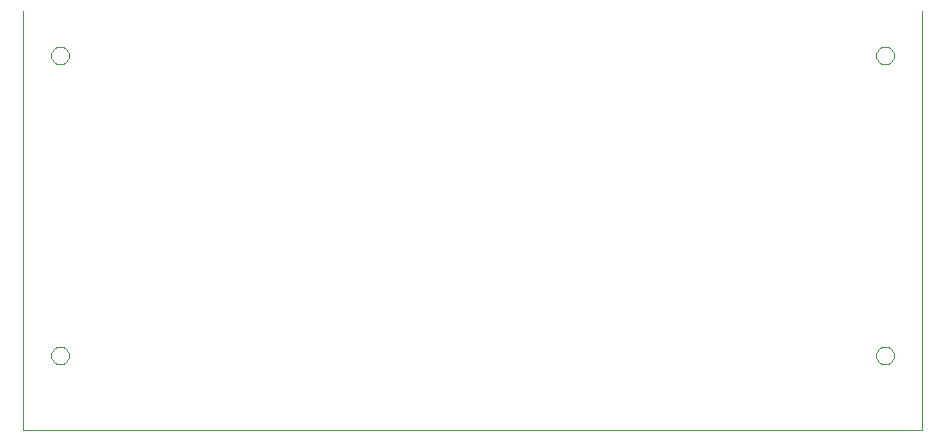
<source format=gbp>
G75*
G70*
%OFA0B0*%
%FSLAX24Y24*%
%IPPOS*%
%LPD*%
%AMOC8*
5,1,8,0,0,1.08239X$1,22.5*
%
%ADD10C,0.0000*%
D10*
X000101Y000151D02*
X000101Y014147D01*
X001056Y012651D02*
X001058Y012685D01*
X001064Y012719D01*
X001074Y012752D01*
X001087Y012783D01*
X001105Y012813D01*
X001125Y012841D01*
X001149Y012866D01*
X001175Y012888D01*
X001203Y012906D01*
X001234Y012922D01*
X001266Y012934D01*
X001300Y012942D01*
X001334Y012946D01*
X001368Y012946D01*
X001402Y012942D01*
X001436Y012934D01*
X001468Y012922D01*
X001498Y012906D01*
X001527Y012888D01*
X001553Y012866D01*
X001577Y012841D01*
X001597Y012813D01*
X001615Y012783D01*
X001628Y012752D01*
X001638Y012719D01*
X001644Y012685D01*
X001646Y012651D01*
X001644Y012617D01*
X001638Y012583D01*
X001628Y012550D01*
X001615Y012519D01*
X001597Y012489D01*
X001577Y012461D01*
X001553Y012436D01*
X001527Y012414D01*
X001499Y012396D01*
X001468Y012380D01*
X001436Y012368D01*
X001402Y012360D01*
X001368Y012356D01*
X001334Y012356D01*
X001300Y012360D01*
X001266Y012368D01*
X001234Y012380D01*
X001203Y012396D01*
X001175Y012414D01*
X001149Y012436D01*
X001125Y012461D01*
X001105Y012489D01*
X001087Y012519D01*
X001074Y012550D01*
X001064Y012583D01*
X001058Y012617D01*
X001056Y012651D01*
X001056Y002651D02*
X001058Y002685D01*
X001064Y002719D01*
X001074Y002752D01*
X001087Y002783D01*
X001105Y002813D01*
X001125Y002841D01*
X001149Y002866D01*
X001175Y002888D01*
X001203Y002906D01*
X001234Y002922D01*
X001266Y002934D01*
X001300Y002942D01*
X001334Y002946D01*
X001368Y002946D01*
X001402Y002942D01*
X001436Y002934D01*
X001468Y002922D01*
X001498Y002906D01*
X001527Y002888D01*
X001553Y002866D01*
X001577Y002841D01*
X001597Y002813D01*
X001615Y002783D01*
X001628Y002752D01*
X001638Y002719D01*
X001644Y002685D01*
X001646Y002651D01*
X001644Y002617D01*
X001638Y002583D01*
X001628Y002550D01*
X001615Y002519D01*
X001597Y002489D01*
X001577Y002461D01*
X001553Y002436D01*
X001527Y002414D01*
X001499Y002396D01*
X001468Y002380D01*
X001436Y002368D01*
X001402Y002360D01*
X001368Y002356D01*
X001334Y002356D01*
X001300Y002360D01*
X001266Y002368D01*
X001234Y002380D01*
X001203Y002396D01*
X001175Y002414D01*
X001149Y002436D01*
X001125Y002461D01*
X001105Y002489D01*
X001087Y002519D01*
X001074Y002550D01*
X001064Y002583D01*
X001058Y002617D01*
X001056Y002651D01*
X000101Y000151D02*
X030096Y000151D01*
X030096Y014147D01*
X028556Y012651D02*
X028558Y012685D01*
X028564Y012719D01*
X028574Y012752D01*
X028587Y012783D01*
X028605Y012813D01*
X028625Y012841D01*
X028649Y012866D01*
X028675Y012888D01*
X028703Y012906D01*
X028734Y012922D01*
X028766Y012934D01*
X028800Y012942D01*
X028834Y012946D01*
X028868Y012946D01*
X028902Y012942D01*
X028936Y012934D01*
X028968Y012922D01*
X028998Y012906D01*
X029027Y012888D01*
X029053Y012866D01*
X029077Y012841D01*
X029097Y012813D01*
X029115Y012783D01*
X029128Y012752D01*
X029138Y012719D01*
X029144Y012685D01*
X029146Y012651D01*
X029144Y012617D01*
X029138Y012583D01*
X029128Y012550D01*
X029115Y012519D01*
X029097Y012489D01*
X029077Y012461D01*
X029053Y012436D01*
X029027Y012414D01*
X028999Y012396D01*
X028968Y012380D01*
X028936Y012368D01*
X028902Y012360D01*
X028868Y012356D01*
X028834Y012356D01*
X028800Y012360D01*
X028766Y012368D01*
X028734Y012380D01*
X028703Y012396D01*
X028675Y012414D01*
X028649Y012436D01*
X028625Y012461D01*
X028605Y012489D01*
X028587Y012519D01*
X028574Y012550D01*
X028564Y012583D01*
X028558Y012617D01*
X028556Y012651D01*
X028556Y002651D02*
X028558Y002685D01*
X028564Y002719D01*
X028574Y002752D01*
X028587Y002783D01*
X028605Y002813D01*
X028625Y002841D01*
X028649Y002866D01*
X028675Y002888D01*
X028703Y002906D01*
X028734Y002922D01*
X028766Y002934D01*
X028800Y002942D01*
X028834Y002946D01*
X028868Y002946D01*
X028902Y002942D01*
X028936Y002934D01*
X028968Y002922D01*
X028998Y002906D01*
X029027Y002888D01*
X029053Y002866D01*
X029077Y002841D01*
X029097Y002813D01*
X029115Y002783D01*
X029128Y002752D01*
X029138Y002719D01*
X029144Y002685D01*
X029146Y002651D01*
X029144Y002617D01*
X029138Y002583D01*
X029128Y002550D01*
X029115Y002519D01*
X029097Y002489D01*
X029077Y002461D01*
X029053Y002436D01*
X029027Y002414D01*
X028999Y002396D01*
X028968Y002380D01*
X028936Y002368D01*
X028902Y002360D01*
X028868Y002356D01*
X028834Y002356D01*
X028800Y002360D01*
X028766Y002368D01*
X028734Y002380D01*
X028703Y002396D01*
X028675Y002414D01*
X028649Y002436D01*
X028625Y002461D01*
X028605Y002489D01*
X028587Y002519D01*
X028574Y002550D01*
X028564Y002583D01*
X028558Y002617D01*
X028556Y002651D01*
M02*

</source>
